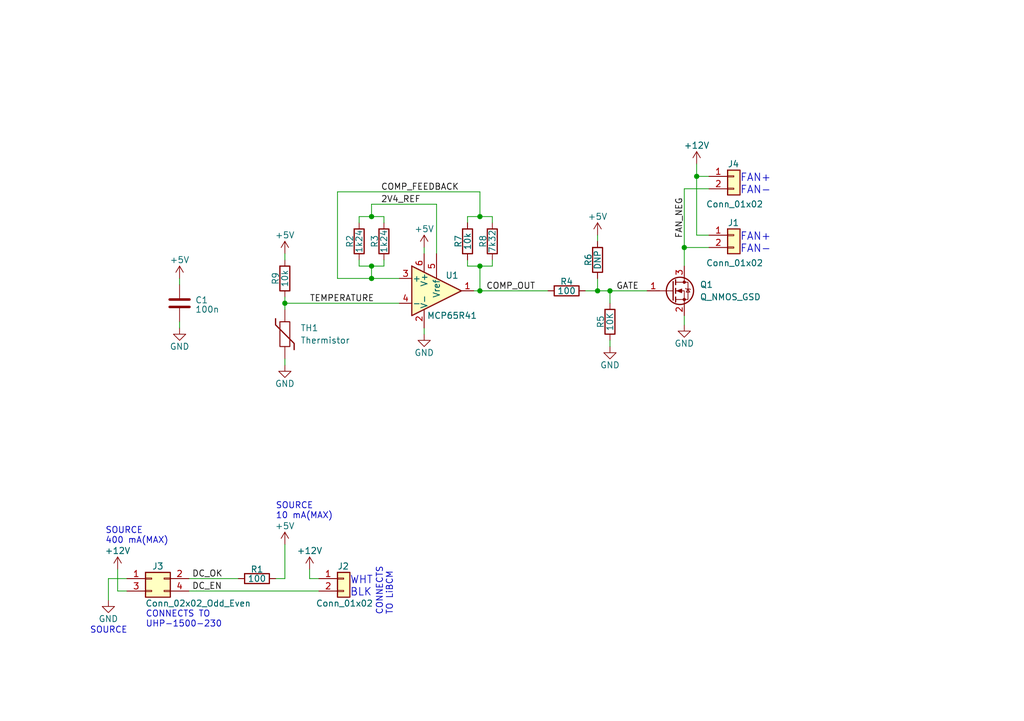
<source format=kicad_sch>
(kicad_sch (version 20230121) (generator eeschema)
  (paper "A5")
  (title_block (title "LiBCM UHP-1500 FAN CONTROL") (date "2024-01-31") (rev "A") (company "Linsight"))
  (lib_symbols
    (symbol "Comparator:MCP65R41" (pin_names (offset 0.127))
      (property "Reference" "U" (at 1.27 3.81 0))
      (property "Value" "MCP65R41" (at 6.35 -3.81 0))
      (symbol "MCP65R41_0_1"
        (polyline (pts (xy -5.08 5.08) (xy -5.08 -5.08) (xy 5.08 0) (xy -5.08 5.08)) (stroke (width 0.254)) (fill (type background)))
      )
      (symbol "MCP65R41_1_1"
        (pin output line (at 7.62 0 180) (length 2.54) (name "~") (number "1"))
        (pin power_in line (at -2.54 -7.62 90) (length 3.81) (name "V-") (number "2"))
        (pin input line (at -7.62 2.54 0) (length 2.54) (name "+") (number "3"))
        (pin input line (at -7.62 -2.54 0) (length 2.54) (name "-") (number "4"))
        (pin power_out line (at 0 7.62 270) (length 5.08) (name "Vref") (number "5"))
        (pin power_in line (at -2.54 7.62 270) (length 3.81) (name "V+") (number "6"))
      )
    )
    (symbol "Connector_Generic:Conn_01x02" (pin_names (offset 1.016) hide)
      (property "Reference" "J" (at 0 2.54 0))
      (property "Value" "Conn_01x02" (at 0 -5.08 0))
      (symbol "Conn_01x02_1_1"
        (rectangle (start -1.27 -2.413) (end 0 -2.667) (stroke (width 0.1524)))
        (rectangle (start -1.27 0.127) (end 0 -0.127) (stroke (width 0.1524)))
        (rectangle (start -1.27 1.27) (end 1.27 -3.81) (stroke (width 0.254)) (fill (type background)))
        (pin passive line (at -5.08 0 0) (length 3.81) (name "Pin_1") (number "1"))
        (pin passive line (at -5.08 -2.54 0) (length 3.81) (name "Pin_2") (number "2"))
      )
    )
    (symbol "Connector_Generic:Conn_02x02_Odd_Even" (pin_names (offset 1.016) hide)
      (property "Reference" "J" (at 1.27 2.54 0))
      (property "Value" "Conn_02x02_Odd_Even" (at 1.27 -5.08 0))
      (symbol "Conn_02x02_Odd_Even_1_1"
        (rectangle (start -1.27 -2.413) (end 0 -2.667) (stroke (width 0.1524)))
        (rectangle (start -1.27 0.127) (end 0 -0.127) (stroke (width 0.1524)))
        (rectangle (start -1.27 1.27) (end 3.81 -3.81) (stroke (width 0.254)) (fill (type background)))
        (rectangle (start 3.81 -2.413) (end 2.54 -2.667) (stroke (width 0.1524)))
        (rectangle (start 3.81 0.127) (end 2.54 -0.127) (stroke (width 0.1524)))
        (pin passive line (at -5.08 0 0) (length 3.81) (name "Pin_1") (number "1"))
        (pin passive line (at 7.62 0 180) (length 3.81) (name "Pin_2") (number "2"))
        (pin passive line (at -5.08 -2.54 0) (length 3.81) (name "Pin_3") (number "3"))
        (pin passive line (at 7.62 -2.54 180) (length 3.81) (name "Pin_4") (number "4"))
      )
    )
    (symbol "Device:C" (pin_numbers hide) (pin_names (offset 0.254))
      (property "Reference" "C" (at 0.635 2.54 0))
      (property "Value" "C" (at 0.635 -2.54 0))
      (symbol "C_0_1"
        (polyline (pts (xy -2.032 -0.762) (xy 2.032 -0.762)) (stroke (width 0.508)))
        (polyline (pts (xy -2.032 0.762) (xy 2.032 0.762)) (stroke (width 0.508)))
      )
      (symbol "C_1_1"
        (pin passive line (at 0 3.81 270) (length 2.794) (name "~") (number "1"))
        (pin passive line (at 0 -3.81 90) (length 2.794) (name "~") (number "2"))
      )
    )
    (symbol "Device:Q_NMOS_GSD" (pin_names (offset 0) hide)
      (property "Reference" "Q" (at 5.08 1.27 0))
      (property "Value" "Q_NMOS_GSD" (at 5.08 -1.27 0))
      (symbol "Q_NMOS_GSD_0_1"
        (polyline (pts (xy 0.254 0) (xy -2.54 0)))
        (polyline (pts (xy 0.254 1.905) (xy 0.254 -1.905)) (stroke (width 0.254)))
        (polyline (pts (xy 0.762 -1.27) (xy 0.762 -2.286)) (stroke (width 0.254)))
        (polyline (pts (xy 0.762 0.508) (xy 0.762 -0.508)) (stroke (width 0.254)))
        (polyline (pts (xy 0.762 2.286) (xy 0.762 1.27)) (stroke (width 0.254)))
        (polyline (pts (xy 2.54 2.54) (xy 2.54 1.778)))
        (polyline (pts (xy 2.54 -2.54) (xy 2.54 0) (xy 0.762 0)))
        (polyline (pts (xy 0.762 -1.778) (xy 3.302 -1.778) (xy 3.302 1.778) (xy 0.762 1.778)))
        (polyline (pts (xy 1.016 0) (xy 2.032 0.381) (xy 2.032 -0.381) (xy 1.016 0)) (fill (type outline)))
        (polyline (pts (xy 2.794 0.508) (xy 2.921 0.381) (xy 3.683 0.381) (xy 3.81 0.254)))
        (polyline (pts (xy 3.302 0.381) (xy 2.921 -0.254) (xy 3.683 -0.254) (xy 3.302 0.381)))
        (circle (center 1.651 0) (radius 2.794) (stroke (width 0.254)))
        (circle (center 2.54 -1.778) (radius 0.254) (fill (type outline)))
        (circle (center 2.54 1.778) (radius 0.254) (fill (type outline)))
      )
      (symbol "Q_NMOS_GSD_1_1"
        (pin input line (at -5.08 0 0) (length 2.54) (name "G") (number "1"))
        (pin passive line (at 2.54 -5.08 90) (length 2.54) (name "S") (number "2"))
        (pin passive line (at 2.54 5.08 270) (length 2.54) (name "D") (number "3"))
      )
    )
    (symbol "Device:R" (pin_numbers hide) (pin_names (offset 0))
      (property "Reference" "R" (at 2.032 0 90))
      (property "Value" "R" (at 0 0 90))
      (symbol "R_0_1"
        (rectangle (start -1.016 -2.54) (end 1.016 2.54) (stroke (width 0.254)))
      )
      (symbol "R_1_1"
        (pin passive line (at 0 3.81 270) (length 1.27) (name "~") (number "1"))
        (pin passive line (at 0 -3.81 90) (length 1.27) (name "~") (number "2"))
      )
    )
    (symbol "Device:Thermistor" (pin_numbers hide) (pin_names (offset 0))
      (property "Reference" "TH" (at 2.54 1.27 90))
      (property "Value" "Thermistor" (at -2.54 0 90))
      (symbol "Thermistor_0_1"
        (rectangle (start -1.016 2.54) (end 1.016 -2.54) (stroke (width 0.2032)))
        (polyline (pts (xy -1.905 3.175) (xy -1.905 1.905) (xy 1.905 -1.905) (xy 1.905 -3.175) (xy 1.905 -3.175)) (stroke (width 0.254)))
      )
      (symbol "Thermistor_1_1"
        (pin passive line (at 0 5.08 270) (length 2.54) (name "~") (number "1"))
        (pin passive line (at 0 -5.08 90) (length 2.54) (name "~") (number "2"))
      )
    )
    (symbol "power:+12V" (power) (pin_names (offset 0))
      (property "Value" "+12V" (at 0 3.556 0))
      (symbol "+12V_0_1"
        (polyline (pts (xy -0.762 1.27) (xy 0 2.54)))
        (polyline (pts (xy 0 0) (xy 0 2.54)))
        (polyline (pts (xy 0 2.54) (xy 0.762 1.27)))
      )
      (symbol "+12V_1_1"
        (pin power_in line (at 0 0 90) (length 0) hide (name "+12V") (number "1"))
      )
    )
    (symbol "power:+5V" (power) (pin_names (offset 0))
      (property "Value" "+5V" (at 0 3.556 0))
      (symbol "+5V_0_1"
        (polyline (pts (xy -0.762 1.27) (xy 0 2.54)))
        (polyline (pts (xy 0 0) (xy 0 2.54)))
        (polyline (pts (xy 0 2.54) (xy 0.762 1.27)))
      )
      (symbol "+5V_1_1"
        (pin power_in line (at 0 0 90) (length 0) hide (name "+5V") (number "1"))
      )
    )
    (symbol "power:GND" (power) (pin_names (offset 0))
      (property "Value" "GND" (at 0 -3.81 0))
      (symbol "GND_0_1"
        (polyline (pts (xy 0 0) (xy 0 -1.27) (xy 1.27 -1.27) (xy 0 -2.54) (xy -1.27 -1.27) (xy 0 -1.27)))
      )
      (symbol "GND_1_1"
        (pin power_in line (at 0 0 270) (length 0) hide (name "GND") (number "1"))
      )
    )
  )
  (junction (at 98.425 54.61))
  (junction (at 122.555 59.69))
  (junction (at 76.2 54.61))
  (junction (at 140.335 50.8))
  (junction (at 98.425 44.45))
  (junction (at 98.425 59.69))
  (junction (at 142.875 36.195))
  (junction (at 76.2 44.45))
  (junction (at 76.2 57.15))
  (junction (at 125.095 59.69))
  (junction (at 58.42 62.23))
  (wire (pts (xy 98.425 59.69) (xy 97.155 59.69)))
  (wire (pts (xy 58.42 60.96) (xy 58.42 62.23)))
  (wire (pts (xy 22.225 118.745) (xy 22.225 123.19)))
  (wire (pts (xy 122.555 57.15) (xy 122.555 59.69)))
  (wire (pts (xy 140.335 64.77) (xy 140.335 66.675)))
  (wire (pts (xy 142.875 48.26) (xy 145.415 48.26)))
  (wire (pts (xy 95.885 44.45) (xy 95.885 45.72)))
  (wire (pts (xy 73.66 44.45) (xy 73.66 45.72)))
  (wire (pts (xy 140.335 50.8) (xy 140.335 54.61)))
  (wire (pts (xy 120.015 59.69) (xy 122.555 59.69)))
  (wire (pts (xy 78.74 45.72) (xy 78.74 44.45)))
  (wire (pts (xy 38.735 121.285) (xy 65.405 121.285)))
  (wire (pts (xy 26.035 118.745) (xy 22.225 118.745)))
  (wire (pts (xy 76.2 54.61) (xy 78.74 54.61)))
  (wire (pts (xy 122.555 48.26) (xy 122.555 49.53)))
  (wire (pts (xy 69.215 57.15) (xy 69.215 39.37)))
  (wire (pts (xy 98.425 59.69) (xy 112.395 59.69)))
  (wire (pts (xy 36.83 57.15) (xy 36.83 58.42)))
  (wire (pts (xy 125.095 59.69) (xy 125.095 62.23)))
  (wire (pts (xy 36.83 66.04) (xy 36.83 67.31)))
  (wire (pts (xy 95.885 54.61) (xy 98.425 54.61)))
  (wire (pts (xy 58.42 73.66) (xy 58.42 74.93)))
  (wire (pts (xy 125.095 59.69) (xy 132.715 59.69)))
  (wire (pts (xy 140.335 50.8) (xy 145.415 50.8)))
  (wire (pts (xy 145.415 38.735) (xy 140.335 38.735)))
  (wire (pts (xy 142.875 33.655) (xy 142.875 36.195)))
  (wire (pts (xy 81.915 57.15) (xy 76.2 57.15)))
  (wire (pts (xy 86.995 50.8) (xy 86.995 52.07)))
  (wire (pts (xy 89.535 52.07) (xy 89.535 41.91)))
  (wire (pts (xy 100.965 45.72) (xy 100.965 44.45)))
  (wire (pts (xy 56.515 118.745) (xy 58.42 118.745)))
  (wire (pts (xy 98.425 39.37) (xy 98.425 44.45)))
  (wire (pts (xy 26.035 121.285) (xy 24.13 121.285)))
  (wire (pts (xy 78.74 44.45) (xy 76.2 44.45)))
  (wire (pts (xy 58.42 52.07) (xy 58.42 53.34)))
  (wire (pts (xy 58.42 62.23) (xy 81.915 62.23)))
  (wire (pts (xy 142.875 36.195) (xy 142.875 48.26)))
  (wire (pts (xy 122.555 59.69) (xy 125.095 59.69)))
  (wire (pts (xy 69.215 39.37) (xy 98.425 39.37)))
  (wire (pts (xy 73.66 53.34) (xy 73.66 54.61)))
  (wire (pts (xy 76.2 44.45) (xy 73.66 44.45)))
  (wire (pts (xy 78.74 53.34) (xy 78.74 54.61)))
  (wire (pts (xy 98.425 54.61) (xy 98.425 59.69)))
  (wire (pts (xy 89.535 41.91) (xy 76.2 41.91)))
  (wire (pts (xy 98.425 54.61) (xy 100.965 54.61)))
  (wire (pts (xy 58.42 111.76) (xy 58.42 118.745)))
  (wire (pts (xy 38.735 118.745) (xy 48.895 118.745)))
  (wire (pts (xy 76.2 41.91) (xy 76.2 44.45)))
  (wire (pts (xy 63.5 116.84) (xy 63.5 118.745)))
  (wire (pts (xy 140.335 38.735) (xy 140.335 50.8)))
  (wire (pts (xy 65.405 118.745) (xy 63.5 118.745)))
  (wire (pts (xy 98.425 44.45) (xy 100.965 44.45)))
  (wire (pts (xy 95.885 53.34) (xy 95.885 54.61)))
  (wire (pts (xy 142.875 36.195) (xy 145.415 36.195)))
  (wire (pts (xy 76.2 57.15) (xy 69.215 57.15)))
  (wire (pts (xy 24.13 116.84) (xy 24.13 121.285)))
  (wire (pts (xy 86.995 67.31) (xy 86.995 68.58)))
  (wire (pts (xy 95.885 44.45) (xy 98.425 44.45)))
  (wire (pts (xy 100.965 53.34) (xy 100.965 54.61)))
  (wire (pts (xy 76.2 57.15) (xy 76.2 54.61)))
  (wire (pts (xy 58.42 62.23) (xy 58.42 63.5)))
  (wire (pts (xy 73.66 54.61) (xy 76.2 54.61)))
  (wire (pts (xy 125.095 69.85) (xy 125.095 71.12)))
  (text "SOURCE\n10 mA(MAX)" (at 56.515 106.68 0) (effects (font (size 1.27 1.27)) (justify left bottom)))
  (text "FAN+\nFAN-" (at 151.765 40.005 0) (effects (font (size 1.55 1.55)) (justify left bottom)))
  (text "WHT\nBLK" (at 71.755 122.555 0) (effects (font (size 1.55 1.55)) (justify left bottom)))
  (text "CONNECTS\nTO LiBCM" (at 80.645 126.365 90) (effects (font (size 1.27 1.27)) (justify left bottom)))
  (text "SOURCE" (at 18.415 130.175 0) (effects (font (size 1.27 1.27)) (justify left bottom)))
  (text "FAN+\nFAN-" (at 151.765 52.07 0) (effects (font (size 1.55 1.55)) (justify left bottom)))
  (text "CONNECTS TO\nUHP-1500-230" (at 29.845 128.905 0) (effects (font (size 1.27 1.27)) (justify left bottom)))
  (text "SOURCE\n400 mA(MAX)" (at 21.59 111.76 0) (effects (font (size 1.27 1.27)) (justify left bottom)))
  (label "FAN_NEG" (at 140.335 48.895 90))
  (label "TEMPERATURE" (at 63.5 62.23 0))
  (label "GATE" (at 126.365 59.69 0))
  (label "2V4_REF" (at 78.105 41.91 0))
  (label "COMP_FEEDBACK" (at 78.105 39.37 0))
  (label "DC_OK" (at 39.37 118.745 0))
  (label "COMP_OUT" (at 99.695 59.69 0))
  (label "DC_EN" (at 39.37 121.285 0))
  (symbol (lib_id "power:GND") (at 58.42 74.93 0) (unit 1)
    (property "Reference" "#PWR014" (effects hide))
    (property "Value" "GND" (at 58.42 78.74 0))
  )
  (symbol (lib_id "power:+5V") (at 86.995 50.8 0) (unit 1)
    (property "Reference" "#PWR05" (effects hide))
    (property "Value" "+5V" (at 86.995 46.99 0))
  )
  (symbol (lib_id "power:GND") (at 125.095 71.12 0) (unit 1)
    (property "Reference" "#PWR011" (effects hide))
    (property "Value" "GND" (at 125.095 74.93 0))
  )
  (symbol (lib_id "power:GND") (at 22.225 123.19 0) (unit 1)
    (property "Reference" "#PWR03" (effects hide))
    (property "Value" "GND" (at 22.225 127 0))
  )
  (symbol (lib_id "Device:R") (at 95.885 49.53 0) (unit 1)
    (property "Reference" "R7" (at 93.98 49.53 90))
    (property "Value" "10k" (at 95.885 49.53 90))
    (property "Footprint" "Resistor_SMD:R_0805_2012Metric" (effects hide))
  )
  (symbol (lib_id "power:+12V") (at 142.875 33.655 0) (unit 1)
    (property "Reference" "#PWR09" (effects hide))
    (property "Value" "+12V" (at 142.875 29.845 0))
  )
  (symbol (lib_id "power:GND") (at 86.995 68.58 0) (unit 1)
    (property "Reference" "#PWR012" (effects hide))
    (property "Value" "GND" (at 86.995 72.39 0))
  )
  (symbol (lib_id "Connector_Generic:Conn_01x02") (at 150.495 36.195 0) (unit 1)
    (property "Reference" "J4" (at 149.225 33.655 0) (effects (justify left)))
    (property "Value" "Conn_01x02" (at 144.78 41.91 0) (effects (justify left)))
    (property "Footprint" "Package_DIP:DIP-4_W8.89mm_SMDSocket_LongPads" (effects hide))
  )
  (symbol (lib_id "Device:R") (at 122.555 53.34 0) (unit 1)
    (property "Reference" "R6" (at 120.65 53.34 90))
    (property "Value" "DNP" (at 122.555 53.34 90))
    (property "Footprint" "Resistor_SMD:R_0805_2012Metric" (effects hide))
  )
  (symbol (lib_id "power:GND") (at 36.83 67.31 0) (unit 1)
    (property "Reference" "#PWR07" (effects hide))
    (property "Value" "GND" (at 36.83 71.12 0))
  )
  (symbol (lib_id "Device:R") (at 73.66 49.53 0) (unit 1)
    (property "Reference" "R2" (at 71.755 49.53 90))
    (property "Value" "1k24" (at 73.66 49.53 90))
    (property "Footprint" "Resistor_SMD:R_0805_2012Metric" (effects hide))
  )
  (symbol (lib_id "Device:R") (at 78.74 49.53 0) (unit 1)
    (property "Reference" "R3" (at 76.835 49.53 90))
    (property "Value" "1k24" (at 78.74 49.53 90))
    (property "Footprint" "Resistor_SMD:R_0805_2012Metric" (effects hide))
  )
  (symbol (lib_id "power:+5V") (at 36.83 57.15 0) (unit 1)
    (property "Reference" "#PWR06" (effects hide))
    (property "Value" "+5V" (at 36.83 53.34 0))
  )
  (symbol (lib_id "power:+5V") (at 122.555 48.26 0) (unit 1)
    (property "Reference" "#PWR010" (effects hide))
    (property "Value" "+5V" (at 122.555 44.45 0))
  )
  (symbol (lib_id "Device:R") (at 116.205 59.69 270) (unit 1)
    (property "Reference" "R4" (at 116.205 57.785 90))
    (property "Value" "100" (at 116.205 59.69 90))
    (property "Footprint" "Resistor_SMD:R_0805_2012Metric" (effects hide))
  )
  (symbol (lib_id "Connector_Generic:Conn_01x02") (at 70.485 118.745 0) (unit 1)
    (property "Reference" "J2" (at 69.215 116.205 0) (effects (justify left)))
    (property "Value" "Conn_01x02" (at 64.77 123.825 0) (effects (justify left)))
    (property "Footprint" "Package_DIP:DIP-4_W8.89mm_SMDSocket_LongPads" (effects hide))
  )
  (symbol (lib_id "Device:R") (at 125.095 66.04 0) (unit 1)
    (property "Reference" "R5" (at 123.19 66.04 90))
    (property "Value" "10K" (at 125.095 66.04 90))
    (property "Footprint" "Resistor_SMD:R_0805_2012Metric" (effects hide))
  )
  (symbol (lib_id "power:+12V") (at 63.5 116.84 0) (unit 1)
    (property "Reference" "#PWR04" (effects hide))
    (property "Value" "+12V" (at 63.5 113.03 0))
  )
  (symbol (lib_id "Connector_Generic:Conn_01x02") (at 150.495 48.26 0) (unit 1)
    (property "Reference" "J1" (at 149.225 45.72 0) (effects (justify left)))
    (property "Value" "Conn_01x02" (at 144.78 53.975 0) (effects (justify left)))
    (property "Footprint" "Package_DIP:DIP-4_W8.89mm_SMDSocket_LongPads" (effects hide))
  )
  (symbol (lib_id "Device:R") (at 52.705 118.745 270) (unit 1)
    (property "Reference" "R1" (at 52.705 116.84 90))
    (property "Value" "100" (at 52.705 118.745 90))
    (property "Footprint" "Resistor_SMD:R_0805_2012Metric" (effects hide))
  )
  (symbol (lib_id "Device:R") (at 58.42 57.15 0) (unit 1)
    (property "Reference" "R9" (at 56.515 57.15 90))
    (property "Value" "10k" (at 58.42 57.15 90))
    (property "Footprint" "Resistor_SMD:R_0805_2012Metric" (effects hide))
  )
  (symbol (lib_id "Device:C") (at 36.83 62.23 0) (unit 1)
    (property "Reference" "C1" (at 40.005 61.595 0) (effects (justify left)))
    (property "Value" "100n" (at 40.005 63.5 0) (effects (justify left)))
    (property "Footprint" "Capacitor_SMD:C_0805_2012Metric" (effects hide))
  )
  (symbol (lib_id "Comparator:MCP65R41") (at 89.535 59.69 0) (unit 1)
    (property "Reference" "U1" (at 92.71 56.515 0))
    (property "Value" "MCP65R41" (at 92.71 64.77 0))
    (property "Footprint" "Package_TO_SOT_SMD:SOT-23-6" (effects hide))
    (property "Datasheet" "http://ww1.microchip.com/downloads/en/DeviceDoc/22269B.pdf" (effects hide))
  )
  (symbol (lib_id "power:GND") (at 140.335 66.675 0) (unit 1)
    (property "Reference" "#PWR08" (effects hide))
    (property "Value" "GND" (at 140.335 70.485 0))
  )
  (symbol (lib_id "Device:Q_NMOS_GSD") (at 137.795 59.69 0) (unit 1)
    (property "Reference" "Q1" (at 143.51 58.42 0) (effects (justify left)))
    (property "Value" "Q_NMOS_GSD" (at 143.51 60.96 0) (effects (justify left)))
    (property "Footprint" "Package_TO_SOT_SMD:SOT-23" (effects hide))
  )
  (symbol (lib_id "Device:Thermistor") (at 58.42 68.58 0) (unit 1)
    (property "Reference" "TH1" (at 61.595 67.31 0) (effects (justify left)))
    (property "Value" "Thermistor" (at 61.595 69.85 0) (effects (justify left)))
    (property "Footprint" "Resistor_SMD:R_0805_2012Metric" (effects hide))
  )
  (symbol (lib_id "Connector_Generic:Conn_02x02_Odd_Even") (at 31.115 118.745 0) (unit 1)
    (property "Reference" "J3" (at 32.385 116.205 0))
    (property "Value" "Conn_02x02_Odd_Even" (at 40.64 123.825 0))
    (property "Footprint" "Connector_PinHeader_2.54mm:PinHeader_2x02_P2.54mm_Vertical" (effects hide))
  )
  (symbol (lib_id "Device:R") (at 100.965 49.53 0) (unit 1)
    (property "Reference" "R8" (at 99.06 49.53 90))
    (property "Value" "7k32" (at 100.965 49.53 90))
    (property "Footprint" "Resistor_SMD:R_0805_2012Metric" (effects hide))
  )
  (symbol (lib_id "power:+12V") (at 24.13 116.84 0) (unit 1)
    (property "Reference" "#PWR02" (effects hide))
    (property "Value" "+12V" (at 24.13 113.03 0))
  )
  (symbol (lib_id "power:+5V") (at 58.42 111.76 0) (unit 1)
    (property "Reference" "#PWR01" (effects hide))
    (property "Value" "+5V" (at 58.42 107.95 0))
  )
  (symbol (lib_id "power:+5V") (at 58.42 52.07 0) (unit 1)
    (property "Reference" "#PWR013" (effects hide))
    (property "Value" "+5V" (at 58.42 48.26 0))
  )
)
</source>
